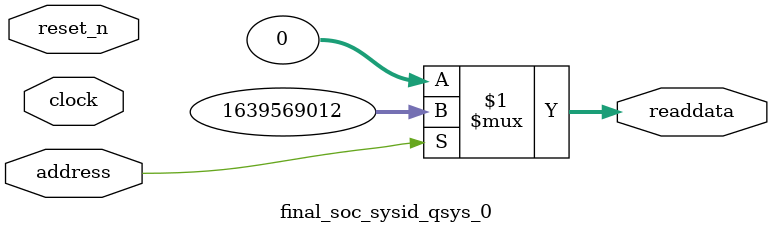
<source format=v>



// synthesis translate_off
`timescale 1ns / 1ps
// synthesis translate_on

// turn off superfluous verilog processor warnings 
// altera message_level Level1 
// altera message_off 10034 10035 10036 10037 10230 10240 10030 

module final_soc_sysid_qsys_0 (
               // inputs:
                address,
                clock,
                reset_n,

               // outputs:
                readdata
             )
;

  output  [ 31: 0] readdata;
  input            address;
  input            clock;
  input            reset_n;

  wire    [ 31: 0] readdata;
  //control_slave, which is an e_avalon_slave
  assign readdata = address ? 1639569012 : 0;

endmodule



</source>
